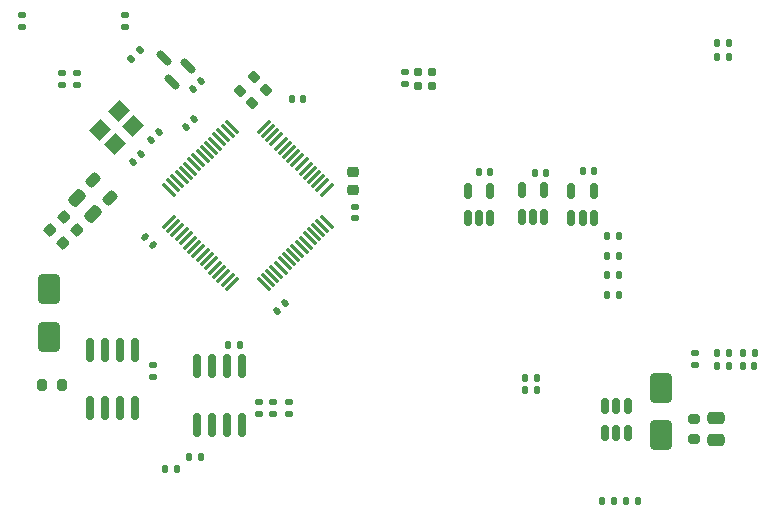
<source format=gbr>
%TF.GenerationSoftware,KiCad,Pcbnew,7.0.10-7.0.10~ubuntu22.04.1*%
%TF.CreationDate,2024-03-18T23:14:28+01:00*%
%TF.ProjectId,sdrac_board,73647261-635f-4626-9f61-72642e6b6963,2.0*%
%TF.SameCoordinates,Original*%
%TF.FileFunction,Paste,Bot*%
%TF.FilePolarity,Positive*%
%FSLAX46Y46*%
G04 Gerber Fmt 4.6, Leading zero omitted, Abs format (unit mm)*
G04 Created by KiCad (PCBNEW 7.0.10-7.0.10~ubuntu22.04.1) date 2024-03-18 23:14:28*
%MOMM*%
%LPD*%
G01*
G04 APERTURE LIST*
G04 Aperture macros list*
%AMRoundRect*
0 Rectangle with rounded corners*
0 $1 Rounding radius*
0 $2 $3 $4 $5 $6 $7 $8 $9 X,Y pos of 4 corners*
0 Add a 4 corners polygon primitive as box body*
4,1,4,$2,$3,$4,$5,$6,$7,$8,$9,$2,$3,0*
0 Add four circle primitives for the rounded corners*
1,1,$1+$1,$2,$3*
1,1,$1+$1,$4,$5*
1,1,$1+$1,$6,$7*
1,1,$1+$1,$8,$9*
0 Add four rect primitives between the rounded corners*
20,1,$1+$1,$2,$3,$4,$5,0*
20,1,$1+$1,$4,$5,$6,$7,0*
20,1,$1+$1,$6,$7,$8,$9,0*
20,1,$1+$1,$8,$9,$2,$3,0*%
%AMRotRect*
0 Rectangle, with rotation*
0 The origin of the aperture is its center*
0 $1 length*
0 $2 width*
0 $3 Rotation angle, in degrees counterclockwise*
0 Add horizontal line*
21,1,$1,$2,0,0,$3*%
G04 Aperture macros list end*
%ADD10RoundRect,0.150000X-0.150000X0.825000X-0.150000X-0.825000X0.150000X-0.825000X0.150000X0.825000X0*%
%ADD11RoundRect,0.135000X0.035355X-0.226274X0.226274X-0.035355X-0.035355X0.226274X-0.226274X0.035355X0*%
%ADD12RoundRect,0.135000X0.135000X0.185000X-0.135000X0.185000X-0.135000X-0.185000X0.135000X-0.185000X0*%
%ADD13RoundRect,0.155000X-0.155000X0.212500X-0.155000X-0.212500X0.155000X-0.212500X0.155000X0.212500X0*%
%ADD14RoundRect,0.150000X0.150000X-0.512500X0.150000X0.512500X-0.150000X0.512500X-0.150000X-0.512500X0*%
%ADD15RoundRect,0.150000X0.521491X-0.309359X-0.309359X0.521491X-0.521491X0.309359X0.309359X-0.521491X0*%
%ADD16RoundRect,0.135000X-0.135000X-0.185000X0.135000X-0.185000X0.135000X0.185000X-0.135000X0.185000X0*%
%ADD17RoundRect,0.135000X-0.185000X0.135000X-0.185000X-0.135000X0.185000X-0.135000X0.185000X0.135000X0*%
%ADD18RoundRect,0.200000X0.200000X0.275000X-0.200000X0.275000X-0.200000X-0.275000X0.200000X-0.275000X0*%
%ADD19RoundRect,0.135000X0.185000X-0.135000X0.185000X0.135000X-0.185000X0.135000X-0.185000X-0.135000X0*%
%ADD20RoundRect,0.075000X-0.548008X0.441942X0.441942X-0.548008X0.548008X-0.441942X-0.441942X0.548008X0*%
%ADD21RoundRect,0.075000X-0.548008X-0.441942X-0.441942X-0.548008X0.548008X0.441942X0.441942X0.548008X0*%
%ADD22RoundRect,0.250000X0.512652X0.159099X0.159099X0.512652X-0.512652X-0.159099X-0.159099X-0.512652X0*%
%ADD23RoundRect,0.140000X0.021213X-0.219203X0.219203X-0.021213X-0.021213X0.219203X-0.219203X0.021213X0*%
%ADD24RoundRect,0.250000X-0.650000X1.000000X-0.650000X-1.000000X0.650000X-1.000000X0.650000X1.000000X0*%
%ADD25RoundRect,0.140000X0.140000X0.170000X-0.140000X0.170000X-0.140000X-0.170000X0.140000X-0.170000X0*%
%ADD26RoundRect,0.140000X0.170000X-0.140000X0.170000X0.140000X-0.170000X0.140000X-0.170000X-0.140000X0*%
%ADD27RoundRect,0.200000X0.275000X-0.200000X0.275000X0.200000X-0.275000X0.200000X-0.275000X-0.200000X0*%
%ADD28RoundRect,0.140000X-0.021213X0.219203X-0.219203X0.021213X0.021213X-0.219203X0.219203X-0.021213X0*%
%ADD29RoundRect,0.225000X0.335876X0.017678X0.017678X0.335876X-0.335876X-0.017678X-0.017678X-0.335876X0*%
%ADD30RoundRect,0.250000X0.475000X-0.250000X0.475000X0.250000X-0.475000X0.250000X-0.475000X-0.250000X0*%
%ADD31RoundRect,0.200000X-0.053033X0.335876X-0.335876X0.053033X0.053033X-0.335876X0.335876X-0.053033X0*%
%ADD32RoundRect,0.200000X0.053033X-0.335876X0.335876X-0.053033X-0.053033X0.335876X-0.335876X0.053033X0*%
%ADD33RoundRect,0.140000X-0.219203X-0.021213X-0.021213X-0.219203X0.219203X0.021213X0.021213X0.219203X0*%
%ADD34RoundRect,0.140000X-0.170000X0.140000X-0.170000X-0.140000X0.170000X-0.140000X0.170000X0.140000X0*%
%ADD35RoundRect,0.150000X-0.150000X0.512500X-0.150000X-0.512500X0.150000X-0.512500X0.150000X0.512500X0*%
%ADD36RoundRect,0.140000X-0.140000X-0.170000X0.140000X-0.170000X0.140000X0.170000X-0.140000X0.170000X0*%
%ADD37RoundRect,0.225000X-0.250000X0.225000X-0.250000X-0.225000X0.250000X-0.225000X0.250000X0.225000X0*%
%ADD38RotRect,1.400000X1.200000X225.000000*%
%ADD39RoundRect,0.150000X0.150000X-0.825000X0.150000X0.825000X-0.150000X0.825000X-0.150000X-0.825000X0*%
%ADD40RoundRect,0.218750X0.424264X0.114905X0.114905X0.424264X-0.424264X-0.114905X-0.114905X-0.424264X0*%
G04 APERTURE END LIST*
D10*
%TO.C,U3*%
X21595000Y-26325000D03*
X22865000Y-26325000D03*
X24135000Y-26325000D03*
X25405000Y-26325000D03*
X25405000Y-31275000D03*
X24135000Y-31275000D03*
X22865000Y-31275000D03*
X21595000Y-31275000D03*
%TD*%
D11*
%TO.C,R33*%
X25139376Y-1660624D03*
X25860624Y-939376D03*
%TD*%
D12*
%TO.C,R9*%
X31010000Y-35400000D03*
X29990000Y-35400000D03*
%TD*%
D13*
%TO.C,C30*%
X49400000Y-2812500D03*
X49400000Y-3947500D03*
%TD*%
D14*
%TO.C,U8*%
X64300000Y-15112501D03*
X63350000Y-15112501D03*
X62400000Y-15112501D03*
X62400000Y-12837501D03*
X64300000Y-12837501D03*
%TD*%
D15*
%TO.C,U11*%
X29934664Y-2291161D03*
X28591161Y-3634664D03*
X27937087Y-1637087D03*
%TD*%
D16*
%TO.C,R35*%
X74690000Y-26600000D03*
X75710000Y-26600000D03*
%TD*%
%TO.C,R12*%
X65390000Y-18400000D03*
X66410000Y-18400000D03*
%TD*%
D17*
%TO.C,R10*%
X20575000Y-2875000D03*
X20575000Y-3895000D03*
%TD*%
D12*
%TO.C,R30*%
X59510000Y-29700000D03*
X58490000Y-29700000D03*
%TD*%
%TO.C,R4*%
X75710000Y-27700000D03*
X74690000Y-27700000D03*
%TD*%
D17*
%TO.C,R11*%
X72900000Y-26590000D03*
X72900000Y-27610000D03*
%TD*%
D18*
%TO.C,R14*%
X19225000Y-29300000D03*
X17575000Y-29300000D03*
%TD*%
D19*
%TO.C,R31*%
X24600000Y990000D03*
X24600000Y2010000D03*
%TD*%
D20*
%TO.C,U2*%
X28335519Y-12738819D03*
X28689072Y-12385266D03*
X29042625Y-12031713D03*
X29396179Y-11678159D03*
X29749732Y-11324606D03*
X30103286Y-10971052D03*
X30456839Y-10617499D03*
X30810392Y-10263946D03*
X31163946Y-9910392D03*
X31517499Y-9556839D03*
X31871052Y-9203286D03*
X32224606Y-8849732D03*
X32578159Y-8496179D03*
X32931713Y-8142625D03*
X33285266Y-7789072D03*
X33638819Y-7435519D03*
D21*
X36361181Y-7435519D03*
X36714734Y-7789072D03*
X37068287Y-8142625D03*
X37421841Y-8496179D03*
X37775394Y-8849732D03*
X38128948Y-9203286D03*
X38482501Y-9556839D03*
X38836054Y-9910392D03*
X39189608Y-10263946D03*
X39543161Y-10617499D03*
X39896714Y-10971052D03*
X40250268Y-11324606D03*
X40603821Y-11678159D03*
X40957375Y-12031713D03*
X41310928Y-12385266D03*
X41664481Y-12738819D03*
D20*
X41664481Y-15461181D03*
X41310928Y-15814734D03*
X40957375Y-16168287D03*
X40603821Y-16521841D03*
X40250268Y-16875394D03*
X39896714Y-17228948D03*
X39543161Y-17582501D03*
X39189608Y-17936054D03*
X38836054Y-18289608D03*
X38482501Y-18643161D03*
X38128948Y-18996714D03*
X37775394Y-19350268D03*
X37421841Y-19703821D03*
X37068287Y-20057375D03*
X36714734Y-20410928D03*
X36361181Y-20764481D03*
D21*
X33638819Y-20764481D03*
X33285266Y-20410928D03*
X32931713Y-20057375D03*
X32578159Y-19703821D03*
X32224606Y-19350268D03*
X31871052Y-18996714D03*
X31517499Y-18643161D03*
X31163946Y-18289608D03*
X30810392Y-17936054D03*
X30456839Y-17582501D03*
X30103286Y-17228948D03*
X29749732Y-16875394D03*
X29396179Y-16521841D03*
X29042625Y-16168287D03*
X28689072Y-15814734D03*
X28335519Y-15461181D03*
%TD*%
D12*
%TO.C,R29*%
X59510000Y-28700000D03*
X58490000Y-28700000D03*
%TD*%
D22*
%TO.C,C10*%
X21871751Y-14771751D03*
X20528249Y-13428249D03*
%TD*%
D12*
%TO.C,R28*%
X66005000Y-39100000D03*
X64985000Y-39100000D03*
%TD*%
D23*
%TO.C,C4*%
X37460589Y-23039411D03*
X38139411Y-22360589D03*
%TD*%
D24*
%TO.C,D1*%
X70000000Y-29500000D03*
X70000000Y-33500000D03*
%TD*%
D25*
%TO.C,C40*%
X60230000Y-11337500D03*
X59270000Y-11337500D03*
%TD*%
D16*
%TO.C,R18*%
X74690000Y-1500000D03*
X75710000Y-1500000D03*
%TD*%
D26*
%TO.C,C1*%
X19275000Y-3865000D03*
X19275000Y-2905000D03*
%TD*%
D25*
%TO.C,C36*%
X39680000Y-5100000D03*
X38720000Y-5100000D03*
%TD*%
D14*
%TO.C,U7*%
X60100000Y-15075001D03*
X59150000Y-15075001D03*
X58200000Y-15075001D03*
X58200000Y-12800001D03*
X60100000Y-12800001D03*
%TD*%
D27*
%TO.C,R26*%
X72800000Y-33825000D03*
X72800000Y-32175000D03*
%TD*%
D17*
%TO.C,R2*%
X37165001Y-30754999D03*
X37165001Y-31774999D03*
%TD*%
D23*
%TO.C,C2*%
X25260589Y-10439411D03*
X25939411Y-9760589D03*
%TD*%
D12*
%TO.C,R34*%
X77910000Y-26600000D03*
X76890000Y-26600000D03*
%TD*%
D28*
%TO.C,C43*%
X31060731Y-3516224D03*
X30381909Y-4195046D03*
%TD*%
D16*
%TO.C,R3*%
X65390000Y-20000000D03*
X66410000Y-20000000D03*
%TD*%
D29*
%TO.C,C8*%
X20545926Y-16132932D03*
X19449910Y-15036916D03*
%TD*%
D30*
%TO.C,C42*%
X74600000Y-33950000D03*
X74600000Y-32050000D03*
%TD*%
D31*
%TO.C,R16*%
X36544023Y-4277297D03*
X35377297Y-5444023D03*
%TD*%
D17*
%TO.C,R5*%
X38465000Y-30755001D03*
X38465000Y-31775001D03*
%TD*%
D32*
%TO.C,R15*%
X34316637Y-4383363D03*
X35483363Y-3216637D03*
%TD*%
D16*
%TO.C,R13*%
X65390000Y-16700000D03*
X66410000Y-16700000D03*
%TD*%
D33*
%TO.C,C6*%
X26260589Y-16760589D03*
X26939411Y-17439411D03*
%TD*%
D12*
%TO.C,R7*%
X34375000Y-25875000D03*
X33355000Y-25875000D03*
%TD*%
D34*
%TO.C,C11*%
X27000000Y-27620000D03*
X27000000Y-28580000D03*
%TD*%
%TO.C,C32*%
X48300000Y-2820000D03*
X48300000Y-3780000D03*
%TD*%
D29*
%TO.C,C9*%
X19362221Y-17233794D03*
X18266205Y-16137778D03*
%TD*%
D16*
%TO.C,R27*%
X66985000Y-39100000D03*
X68005000Y-39100000D03*
%TD*%
D13*
%TO.C,C31*%
X50600000Y-2812500D03*
X50600000Y-3947500D03*
%TD*%
D16*
%TO.C,R17*%
X74690000Y-300000D03*
X75710000Y-300000D03*
%TD*%
D25*
%TO.C,C39*%
X64329999Y-11175000D03*
X63369999Y-11175000D03*
%TD*%
D16*
%TO.C,R8*%
X65390000Y-21700000D03*
X66410000Y-21700000D03*
%TD*%
D35*
%TO.C,U10*%
X65250000Y-31062500D03*
X66200000Y-31062500D03*
X67150000Y-31062500D03*
X67150000Y-33337500D03*
X66200000Y-33337500D03*
X65250000Y-33337500D03*
%TD*%
D36*
%TO.C,C47*%
X76920000Y-27700000D03*
X77880000Y-27700000D03*
%TD*%
D37*
%TO.C,C14*%
X43900000Y-11225000D03*
X43900000Y-12775000D03*
%TD*%
D38*
%TO.C,Y1*%
X25278858Y-7323223D03*
X23723223Y-8878858D03*
X22521142Y-7676777D03*
X24076777Y-6121142D03*
%TD*%
D28*
%TO.C,C7*%
X30439411Y-6760589D03*
X29760589Y-7439411D03*
%TD*%
%TO.C,C3*%
X27439411Y-7860589D03*
X26760589Y-8539411D03*
%TD*%
D17*
%TO.C,R1*%
X35965001Y-30755000D03*
X35965001Y-31775000D03*
%TD*%
D26*
%TO.C,C5*%
X44100000Y-15180000D03*
X44100000Y-14220000D03*
%TD*%
D24*
%TO.C,D2*%
X18200000Y-21200000D03*
X18200000Y-25200000D03*
%TD*%
D16*
%TO.C,R6*%
X27990000Y-36400000D03*
X29010000Y-36400000D03*
%TD*%
D14*
%TO.C,U9*%
X55500000Y-15175000D03*
X54550000Y-15175000D03*
X53600000Y-15175000D03*
X53600000Y-12900000D03*
X55500000Y-12900000D03*
%TD*%
D39*
%TO.C,U1*%
X34470000Y-32650000D03*
X33200000Y-32650000D03*
X31930000Y-32650000D03*
X30660000Y-32650000D03*
X30660000Y-27700000D03*
X31930000Y-27700000D03*
X33200000Y-27700000D03*
X34470000Y-27700000D03*
%TD*%
D25*
%TO.C,C41*%
X55530000Y-11237500D03*
X54570000Y-11237500D03*
%TD*%
D40*
%TO.C,FB1*%
X23365514Y-13437087D03*
X21862912Y-11934485D03*
%TD*%
D19*
%TO.C,R32*%
X15900000Y990000D03*
X15900000Y2010000D03*
%TD*%
M02*

</source>
